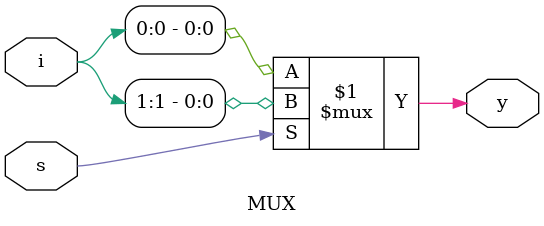
<source format=v>
module MUX(
           input [1:0]i,
           input s,
           output y
           );

assign y=(s)?i[1]:i[0];
endmodule



</source>
